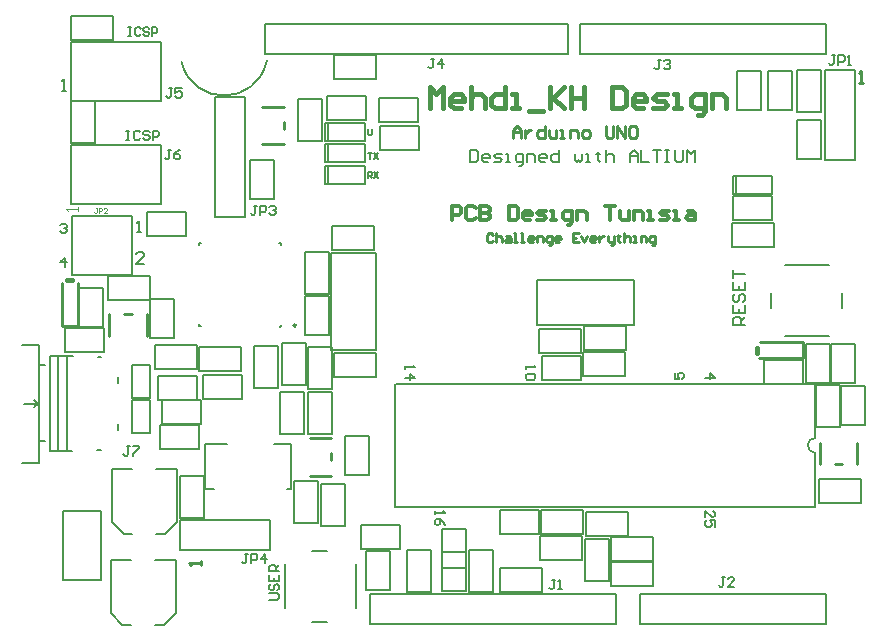
<source format=gto>
G04*
G04 #@! TF.GenerationSoftware,Altium Limited,Altium Designer,20.0.10 (225)*
G04*
G04 Layer_Color=3326705*
%FSLAX44Y44*%
%MOMM*%
G71*
G01*
G75*
%ADD10C,0.2000*%
%ADD11C,0.2540*%
%ADD12C,0.4000*%
%ADD13C,0.2200*%
%ADD14C,0.3500*%
%ADD15C,0.2300*%
%ADD16C,0.4500*%
%ADD17C,0.1500*%
%ADD18C,0.1000*%
D10*
X104466Y488501D02*
G03*
X176725Y489365I36034J8399D01*
G01*
X641100Y170080D02*
G03*
X641100Y157380I0J-6350D01*
G01*
X431800Y495300D02*
Y520700D01*
X175260Y495300D02*
X431800D01*
X175260D02*
Y520700D01*
X431800D01*
X668350Y405500D02*
X674700D01*
X649300D02*
X655650D01*
X674700D02*
Y481700D01*
X655650Y405500D02*
X668350D01*
X649300D02*
Y481700D01*
X674700D01*
X103500Y75300D02*
Y100700D01*
Y75300D02*
X179700D01*
Y81650D02*
Y94350D01*
X103500Y100700D02*
X179700D01*
Y75300D02*
Y81650D01*
Y94350D02*
Y100700D01*
X492760Y38100D02*
X650240D01*
Y12700D02*
Y38100D01*
X492760Y12700D02*
X650240D01*
X492760D02*
Y38100D01*
X264160Y12700D02*
Y38100D01*
Y12700D02*
X469900D01*
X264160Y38100D02*
X469900D01*
Y12700D02*
X472440D01*
Y38100D01*
X469900D02*
X472440D01*
X441960Y495300D02*
X444500D01*
X441960D02*
Y520700D01*
X444500D01*
Y495300D02*
X650240D01*
X444500Y520700D02*
X650240D01*
Y495300D02*
Y520700D01*
X162240Y372290D02*
Y405310D01*
Y372290D02*
X182560D01*
Y405310D01*
X162240D02*
X182560D01*
X271990Y437590D02*
Y457910D01*
X305010D01*
Y437590D02*
Y457910D01*
X271990Y437590D02*
X305010D01*
X272490Y434410D02*
X305510D01*
X272490Y414090D02*
Y434410D01*
Y414090D02*
X305510D01*
Y434410D01*
X77840Y287510D02*
X98160D01*
Y254490D02*
Y287510D01*
X77840Y254490D02*
X98160D01*
X77840D02*
Y287510D01*
X75240Y361160D02*
X108260D01*
X75240Y340840D02*
Y361160D01*
Y340840D02*
X108260D01*
Y361160D01*
X84290Y201740D02*
Y222060D01*
X117310D01*
Y201740D02*
Y222060D01*
X84290Y201740D02*
X117310D01*
X87690Y181840D02*
X120710D01*
Y202160D01*
X87690D02*
X120710D01*
X87690Y181840D02*
Y202160D01*
X86490Y160340D02*
Y180660D01*
X119510D01*
Y160340D02*
Y180660D01*
X86490Y160340D02*
X119510D01*
X229060Y257390D02*
Y290410D01*
X208740D02*
X229060D01*
X208740Y257390D02*
Y290410D01*
Y257390D02*
X229060D01*
X600840Y447990D02*
X621160D01*
X600840D02*
Y481010D01*
X621160D01*
Y447990D02*
Y481010D01*
X594910Y447990D02*
Y481010D01*
X574590D02*
X594910D01*
X574590Y447990D02*
Y481010D01*
Y447990D02*
X594910D01*
X625840Y406490D02*
X646160D01*
X625840D02*
Y439510D01*
X646160D01*
Y406490D02*
Y439510D01*
X373990Y109160D02*
X407010D01*
X373990Y88840D02*
Y109160D01*
Y88840D02*
X407010D01*
Y109160D01*
X597490Y215640D02*
Y235960D01*
X630510D01*
Y215640D02*
Y235960D01*
X597490Y215640D02*
X630510D01*
X227290Y459260D02*
X260310D01*
X227290Y438940D02*
Y459260D01*
Y438940D02*
X260310D01*
Y459260D01*
X442510Y218840D02*
Y239160D01*
X409490Y218840D02*
X442510D01*
X409490D02*
Y239160D01*
X442510D01*
X571240Y374410D02*
X604260D01*
X571240Y354090D02*
Y374410D01*
Y354090D02*
X604260D01*
Y374410D01*
X663140Y181190D02*
X683460D01*
X663140D02*
Y214210D01*
X683460D01*
Y181190D02*
Y214210D01*
X37949Y264008D02*
Y297028D01*
X17629D02*
X37949D01*
X17629Y264008D02*
Y297028D01*
Y264008D02*
X37949D01*
X654540Y249810D02*
X674860D01*
Y216790D02*
Y249810D01*
X654540Y216790D02*
X674860D01*
X654540D02*
Y249810D01*
X260840Y40990D02*
Y74010D01*
Y40990D02*
X281160D01*
Y74010D01*
X260840D02*
X281160D01*
X242840Y138490D02*
X263160D01*
X242840D02*
Y171510D01*
X263160D01*
Y138490D02*
Y171510D01*
X5490Y242840D02*
X38510D01*
Y263160D01*
X5490D02*
X38510D01*
X5490Y242840D02*
Y263160D01*
X632940Y249810D02*
X653260D01*
Y216790D02*
Y249810D01*
X632940Y216790D02*
X653260D01*
X632940D02*
Y249810D01*
X256090Y96360D02*
X289110D01*
X256090Y76040D02*
Y96360D01*
Y76040D02*
X289110D01*
Y96360D01*
X122690Y203040D02*
Y223360D01*
X155710D01*
Y203040D02*
Y223360D01*
X122690Y203040D02*
X155710D01*
X325140Y59590D02*
Y92610D01*
Y59590D02*
X345460D01*
Y92610D01*
X325140D02*
X345460D01*
X324940Y73610D02*
X345260D01*
Y40590D02*
Y73610D01*
X324940Y40590D02*
X345260D01*
X324940D02*
Y73610D01*
X663500Y280000D02*
Y293000D01*
X603500Y280000D02*
Y293000D01*
X633500Y316000D02*
X652500D01*
X615500D02*
X652500D01*
X615500Y256000D02*
X652500D01*
X252000Y26000D02*
Y63000D01*
X192000Y26000D02*
Y63000D01*
Y44000D02*
Y63000D01*
X215000Y14000D02*
X228000D01*
X215000Y74000D02*
X228000D01*
X62300Y308000D02*
Y339200D01*
X11600Y308000D02*
X62300D01*
Y326500D02*
Y357850D01*
X62150Y358000D02*
X62300Y357850D01*
X11600Y358000D02*
X62150D01*
X11600Y308000D02*
Y358000D01*
X-29250Y199000D02*
X-25250D01*
X-20250Y196000D02*
X-17250Y199000D01*
X-16750D01*
X-20250Y202000D02*
X-17250Y199000D01*
X-16250D01*
X-25250D02*
X-16250D01*
X-30250Y249000D02*
X-16250D01*
X-250Y162000D02*
Y237000D01*
X-6150Y158700D02*
X12050D01*
X-6550Y159100D02*
X-6150Y158700D01*
X-6550Y159100D02*
Y239100D01*
X-6350Y239300D01*
X12250D01*
X51050Y176900D02*
Y181800D01*
Y216600D02*
Y221400D01*
X33350Y159700D02*
X35950D01*
X33650Y238300D02*
X36150D01*
X-250Y237000D02*
Y239000D01*
Y159000D02*
Y162000D01*
X7750Y159000D02*
Y239000D01*
X-16250Y149000D02*
Y249000D01*
X-30250Y149000D02*
X-16250D01*
Y232000D02*
X-11250D01*
X-16250Y167000D02*
X-11250D01*
X11000Y387100D02*
Y418300D01*
X87000D01*
X11000Y368450D02*
Y399800D01*
Y368450D02*
X11150Y368300D01*
X87000D01*
Y418300D01*
X133300Y458700D02*
X158700D01*
X133300Y357354D02*
Y458700D01*
Y357100D02*
X158700D01*
Y458700D01*
X11000Y474100D02*
Y505300D01*
X87000D01*
X11000Y455450D02*
Y486800D01*
Y455450D02*
X11150Y455300D01*
X87000D01*
Y505300D01*
X124000Y127000D02*
Y165000D01*
X197000Y127000D02*
Y165000D01*
X124000D02*
X143000D01*
X183000D02*
X197000D01*
X194000Y127000D02*
X197000D01*
X124000D02*
X132000D01*
X487600Y276950D02*
Y303950D01*
X405600D02*
X487600D01*
X405600Y265950D02*
Y303950D01*
Y265950D02*
X487600D01*
Y276950D01*
X242500Y244600D02*
X269500D01*
Y326600D01*
X231500D02*
X269500D01*
X231500Y244600D02*
Y326600D01*
Y244600D02*
X242500D01*
X211240Y246880D02*
X231560D01*
Y211320D02*
Y246880D01*
X211240Y211320D02*
Y246880D01*
Y211320D02*
X231560D01*
X102840Y137780D02*
X123160D01*
Y102220D02*
Y137780D01*
X102840Y102220D02*
Y137780D01*
Y102220D02*
X123160D01*
X199840Y133280D02*
X220160D01*
Y97720D02*
Y133280D01*
X199840Y97720D02*
Y133280D01*
Y97720D02*
X220160D01*
X468020Y65840D02*
Y86160D01*
X503580D01*
X468020Y65840D02*
X503580D01*
Y86160D01*
X268780Y473840D02*
Y494160D01*
X233220Y473840D02*
X268780D01*
X233220Y494160D02*
X268780D01*
X233220Y473840D02*
Y494160D01*
X408220Y66840D02*
Y87160D01*
X443780D01*
X408220Y66840D02*
X443780D01*
Y87160D01*
X606280Y331840D02*
Y352160D01*
X570720Y331840D02*
X606280D01*
X570720Y352160D02*
X606280D01*
X570720Y331840D02*
Y352160D01*
X285500Y214930D02*
X286050Y215480D01*
X285500Y111730D02*
Y214930D01*
X641100Y170080D02*
Y215480D01*
Y111730D02*
Y156380D01*
X285500Y111730D02*
X641100D01*
X418850Y215480D02*
X507750D01*
X307725D02*
X352175D01*
X574425D02*
X618875D01*
X352175D02*
X374400D01*
X418850D01*
X507750D02*
X552200D01*
X574425D01*
X618875D02*
X641100D01*
X286050D02*
X307725D01*
X45500Y99000D02*
X55500Y89000D01*
X45500Y99000D02*
Y144000D01*
X90500Y89000D02*
X100500Y99000D01*
Y144000D01*
X83000Y89000D02*
X90500D01*
X55500D02*
X63000D01*
X45500Y144000D02*
X63000D01*
X83000D02*
X100500D01*
X82000Y67000D02*
X99500D01*
X44500D02*
X62000D01*
X54500Y12000D02*
X62000D01*
X82000D02*
X89500D01*
X99500Y22000D02*
Y67000D01*
X89500Y12000D02*
X99500Y22000D01*
X44500D02*
Y67000D01*
Y22000D02*
X54500Y12000D01*
X573760Y388060D02*
Y391870D01*
Y376630D02*
Y380440D01*
Y388060D01*
Y376630D02*
X604494D01*
Y380440D02*
Y388060D01*
X573760Y391870D02*
X604494D01*
Y376630D02*
Y380440D01*
Y388060D02*
Y391870D01*
X571220Y380186D02*
Y387806D01*
Y376630D02*
Y380186D01*
Y387806D02*
Y391870D01*
X573760D01*
X571220Y376630D02*
X573760D01*
X228760Y432810D02*
Y436620D01*
Y421380D02*
Y425190D01*
Y432810D01*
Y421380D02*
X259494D01*
Y425190D02*
Y432810D01*
X228760Y436620D02*
X259494D01*
Y421380D02*
Y425190D01*
Y432810D02*
Y436620D01*
X226220Y424936D02*
Y432556D01*
Y421380D02*
Y424936D01*
Y432556D02*
Y436620D01*
X228760D01*
X226220Y421380D02*
X228760D01*
Y414810D02*
Y418620D01*
Y403380D02*
Y407190D01*
Y414810D01*
Y403380D02*
X259494D01*
Y407190D02*
Y414810D01*
X228760Y418620D02*
X259494D01*
Y403380D02*
Y407190D01*
Y414810D02*
Y418620D01*
X226220Y406936D02*
Y414556D01*
Y403380D02*
Y406936D01*
Y414556D02*
Y418620D01*
X228760D01*
X226220Y403380D02*
X228760D01*
Y396810D02*
Y400620D01*
Y385380D02*
Y389190D01*
Y396810D01*
Y385380D02*
X259494D01*
Y389190D02*
Y396810D01*
X228760Y400620D02*
X259494D01*
Y385380D02*
Y389190D01*
Y396810D02*
Y400620D01*
X226220Y388936D02*
Y396556D01*
Y385380D02*
Y388936D01*
Y396556D02*
Y400620D01*
X228760D01*
X226220Y385380D02*
X228760D01*
X4000Y108000D02*
X36000D01*
Y50000D02*
Y108000D01*
X4000Y50000D02*
X36000D01*
X4000D02*
Y108000D01*
X189000Y333500D02*
Y335000D01*
Y333500D02*
Y335000D01*
X187000D02*
X189000D01*
X119000Y333500D02*
Y335000D01*
Y333500D02*
Y335000D01*
X121000D01*
X119000Y265000D02*
Y266500D01*
Y265000D02*
Y266500D01*
Y265000D02*
X121000D01*
X188000Y264000D02*
X190000Y266000D01*
X62680Y204030D02*
Y231970D01*
Y204030D02*
X77920D01*
Y231970D01*
X62680D02*
X77920D01*
X78120Y173830D02*
Y201770D01*
X62880D02*
X78120D01*
X62880Y173830D02*
Y201770D01*
Y173830D02*
X78120D01*
X189540Y250380D02*
X209860D01*
Y214820D02*
Y250380D01*
X189540Y214820D02*
Y250380D01*
Y214820D02*
X209860D01*
X208840Y327780D02*
X229160D01*
Y292220D02*
Y327780D01*
X208840Y292220D02*
Y327780D01*
Y292220D02*
X229160D01*
X166240Y248180D02*
X186560D01*
Y212620D02*
Y248180D01*
X166240Y212620D02*
Y248180D01*
Y212620D02*
X186560D01*
X119020Y226540D02*
Y246860D01*
X154580D01*
X119020Y226540D02*
X154580D01*
Y246860D01*
X10840Y419720D02*
X31160D01*
X10840D02*
Y455280D01*
X31160Y419720D02*
Y455280D01*
X10840D02*
X31160D01*
X232220Y328840D02*
Y349160D01*
X267780D01*
X232220Y328840D02*
X267780D01*
Y349160D01*
X233420Y221640D02*
Y241960D01*
X268980D01*
X233420Y221640D02*
X268980D01*
Y241960D01*
X625840Y481780D02*
X646160D01*
Y446220D02*
Y481780D01*
X625840Y446220D02*
Y481780D01*
Y446220D02*
X646160D01*
X374220Y39840D02*
Y60160D01*
X409780D01*
X374220Y39840D02*
X409780D01*
Y60160D01*
X295640Y39920D02*
X315960D01*
X295640D02*
Y75480D01*
X315960Y39920D02*
Y75480D01*
X295640D02*
X315960D01*
X347840Y39720D02*
X368160D01*
X347840D02*
Y75280D01*
X368160Y39720D02*
Y75280D01*
X347840D02*
X368160D01*
X11220Y506840D02*
Y527160D01*
X46780D01*
X11220Y506840D02*
X46780D01*
Y527160D01*
X480080Y222540D02*
Y242860D01*
X444520Y222540D02*
X480080D01*
X444520Y242860D02*
X480080D01*
X444520Y222540D02*
Y242860D01*
X444780Y88840D02*
Y109160D01*
X409220Y88840D02*
X444780D01*
X409220Y109160D02*
X444780D01*
X409220Y88840D02*
Y109160D01*
X447020Y87140D02*
Y107460D01*
X482580D01*
X447020Y87140D02*
X482580D01*
Y107460D01*
X442780Y241840D02*
Y262160D01*
X407220Y241840D02*
X442780D01*
X407220Y262160D02*
X442780D01*
X407220Y241840D02*
Y262160D01*
X202840Y456780D02*
X223160D01*
Y421220D02*
Y456780D01*
X202840Y421220D02*
Y456780D01*
Y421220D02*
X223160D01*
X445120Y244040D02*
Y264360D01*
X480680D01*
X445120Y244040D02*
X480680D01*
Y264360D01*
X644206Y115254D02*
Y135574D01*
X679766D01*
X644206Y115254D02*
X679766D01*
Y135574D01*
X211740Y173420D02*
X232060D01*
X211740D02*
Y208980D01*
X232060Y173420D02*
Y208980D01*
X211740D02*
X232060D01*
X42120Y286840D02*
Y307160D01*
X77680D01*
X42120Y286840D02*
X77680D01*
Y307160D01*
X81720Y228240D02*
Y248560D01*
X117280D01*
X81720Y228240D02*
X117280D01*
Y248560D01*
X642040Y214480D02*
X662360D01*
Y178920D02*
Y214480D01*
X642040Y178920D02*
Y214480D01*
Y178920D02*
X662360D01*
X223040Y95720D02*
X243360D01*
X223040D02*
Y131280D01*
X243360Y95720D02*
Y131280D01*
X223040D02*
X243360D01*
X187940Y208780D02*
X208260D01*
Y173220D02*
Y208780D01*
X187940Y173220D02*
Y208780D01*
Y173220D02*
X208260D01*
X503780Y44340D02*
Y64660D01*
X468220Y44340D02*
X503780D01*
X468220Y64660D02*
X503780D01*
X468220Y44340D02*
Y64660D01*
X446440Y84280D02*
X466760D01*
Y48720D02*
Y84280D01*
X446440Y48720D02*
Y84280D01*
Y48720D02*
X466760D01*
X349000Y413464D02*
Y403467D01*
X353998D01*
X355664Y405133D01*
Y411797D01*
X353998Y413464D01*
X349000D01*
X363995Y403467D02*
X360663D01*
X358997Y405133D01*
Y408465D01*
X360663Y410131D01*
X363995D01*
X365661Y408465D01*
Y406799D01*
X358997D01*
X368993Y403467D02*
X373992D01*
X375658Y405133D01*
X373992Y406799D01*
X370660D01*
X368993Y408465D01*
X370660Y410131D01*
X375658D01*
X378990Y403467D02*
X382323D01*
X380657D01*
Y410131D01*
X378990D01*
X390653Y400135D02*
X392319D01*
X393985Y401801D01*
Y410131D01*
X388987D01*
X387321Y408465D01*
Y405133D01*
X388987Y403467D01*
X393985D01*
X397318D02*
Y410131D01*
X402316D01*
X403982Y408465D01*
Y403467D01*
X412313D02*
X408981D01*
X407314Y405133D01*
Y408465D01*
X408981Y410131D01*
X412313D01*
X413979Y408465D01*
Y406799D01*
X407314D01*
X423976Y413464D02*
Y403467D01*
X418977D01*
X417311Y405133D01*
Y408465D01*
X418977Y410131D01*
X423976D01*
X437305D02*
Y405133D01*
X438971Y403467D01*
X440637Y405133D01*
X442303Y403467D01*
X443969Y405133D01*
Y410131D01*
X447302Y403467D02*
X450634D01*
X448968D01*
Y410131D01*
X447302D01*
X457298Y411797D02*
Y410131D01*
X455632D01*
X458965D01*
X457298D01*
Y405133D01*
X458965Y403467D01*
X463963Y413464D02*
Y403467D01*
Y408465D01*
X465629Y410131D01*
X468961D01*
X470627Y408465D01*
Y403467D01*
X483956D02*
Y410131D01*
X487289Y413464D01*
X490621Y410131D01*
Y403467D01*
Y408465D01*
X483956D01*
X493953Y413464D02*
Y403467D01*
X500618D01*
X503950Y413464D02*
X510615D01*
X507282D01*
Y403467D01*
X513947Y413464D02*
X517279D01*
X515613D01*
Y403467D01*
X513947D01*
X517279D01*
X522277Y413464D02*
Y405133D01*
X523944Y403467D01*
X527276D01*
X528942Y405133D01*
Y413464D01*
X532274Y403467D02*
Y413464D01*
X535606Y410131D01*
X538939Y413464D01*
Y403467D01*
X548159Y102768D02*
Y108099D01*
X553490Y102768D01*
X554823D01*
X556156Y104101D01*
Y106767D01*
X554823Y108099D01*
X556156Y94770D02*
Y100102D01*
X552158D01*
X553490Y97436D01*
Y96103D01*
X552158Y94770D01*
X549492D01*
X548159Y96103D01*
Y98769D01*
X549492Y100102D01*
X319218Y108086D02*
Y105420D01*
Y106753D01*
X327215D01*
X325882Y108086D01*
X327215Y96089D02*
X325882Y98755D01*
X323217Y101421D01*
X320551D01*
X319218Y100088D01*
Y97422D01*
X320551Y96089D01*
X321884D01*
X323217Y97422D01*
Y101421D01*
X294000Y231000D02*
Y228334D01*
Y229667D01*
X301997D01*
X300665Y231000D01*
X294000Y220337D02*
X301997D01*
X297999Y224335D01*
Y219004D01*
X396000Y231000D02*
Y228334D01*
Y229667D01*
X403997D01*
X402664Y231000D01*
Y224335D02*
X403997Y223003D01*
Y220337D01*
X402664Y219004D01*
X397333D01*
X396000Y220337D01*
Y223003D01*
X397333Y224335D01*
X402664D01*
X548000Y221001D02*
X555997D01*
X551999Y225000D01*
Y219668D01*
X522003Y225332D02*
Y220000D01*
X526001D01*
X524668Y222666D01*
Y223999D01*
X526001Y225332D01*
X528667D01*
X530000Y223999D01*
Y221333D01*
X528667Y220000D01*
X2000Y350137D02*
X3333Y351470D01*
X5999D01*
X7332Y350137D01*
Y348804D01*
X5999Y347471D01*
X4666D01*
X5999D01*
X7332Y346138D01*
Y344806D01*
X5999Y343473D01*
X3333D01*
X2000Y344806D01*
X5999Y314644D02*
Y322642D01*
X2000Y318643D01*
X7332D01*
X72994Y317046D02*
X66329D01*
X72994Y323711D01*
Y325377D01*
X71327Y327043D01*
X67995D01*
X66329Y325377D01*
X57479Y430285D02*
X60145D01*
X58812D01*
Y422287D01*
X57479D01*
X60145D01*
X69475Y428952D02*
X68142Y430285D01*
X65477D01*
X64144Y428952D01*
Y423620D01*
X65477Y422287D01*
X68142D01*
X69475Y423620D01*
X77473Y428952D02*
X76140Y430285D01*
X73474D01*
X72141Y428952D01*
Y427619D01*
X73474Y426286D01*
X76140D01*
X77473Y424953D01*
Y423620D01*
X76140Y422287D01*
X73474D01*
X72141Y423620D01*
X80139Y422287D02*
Y430285D01*
X84137D01*
X85470Y428952D01*
Y426286D01*
X84137Y424953D01*
X80139D01*
X179003Y33000D02*
X185667D01*
X187000Y34333D01*
Y36999D01*
X185667Y38332D01*
X179003D01*
X180336Y46329D02*
X179003Y44996D01*
Y42330D01*
X180336Y40997D01*
X181668D01*
X183001Y42330D01*
Y44996D01*
X184334Y46329D01*
X185667D01*
X187000Y44996D01*
Y42330D01*
X185667Y40997D01*
X179003Y54326D02*
Y48995D01*
X187000D01*
Y54326D01*
X183001Y48995D02*
Y51661D01*
X187000Y56992D02*
X179003D01*
Y60991D01*
X180336Y62324D01*
X183001D01*
X184334Y60991D01*
Y56992D01*
Y59658D02*
X187000Y62324D01*
X67000Y344000D02*
X70332D01*
X68666D01*
Y353997D01*
X67000Y352331D01*
X3500Y464000D02*
X6832D01*
X5166D01*
Y473997D01*
X3500Y472331D01*
X160784Y71817D02*
X158119D01*
X159452D01*
Y65152D01*
X158119Y63819D01*
X156786D01*
X155453Y65152D01*
X163450Y63819D02*
Y71817D01*
X167449D01*
X168782Y70484D01*
Y67818D01*
X167449Y66485D01*
X163450D01*
X175446Y63819D02*
Y71817D01*
X171448Y67818D01*
X176779D01*
X168362Y366693D02*
X165697D01*
X167029D01*
Y360028D01*
X165697Y358695D01*
X164364D01*
X163031Y360028D01*
X171028Y358695D02*
Y366693D01*
X175027D01*
X176360Y365360D01*
Y362694D01*
X175027Y361361D01*
X171028D01*
X179025Y365360D02*
X180358Y366693D01*
X183024D01*
X184357Y365360D01*
Y364027D01*
X183024Y362694D01*
X181691D01*
X183024D01*
X184357Y361361D01*
Y360028D01*
X183024Y358695D01*
X180358D01*
X179025Y360028D01*
X658001Y493999D02*
X655335D01*
X656668D01*
Y487334D01*
X655335Y486001D01*
X654003D01*
X652670Y487334D01*
X660667Y486001D02*
Y493999D01*
X664666D01*
X665999Y492666D01*
Y490000D01*
X664666Y488667D01*
X660667D01*
X668664Y486001D02*
X671330D01*
X669997D01*
Y493999D01*
X668664Y492666D01*
X60667Y162999D02*
X58001D01*
X59334D01*
Y156334D01*
X58001Y155001D01*
X56668D01*
X55335Y156334D01*
X63333Y162999D02*
X68664D01*
Y161666D01*
X63333Y156334D01*
Y155001D01*
X95667Y413999D02*
X93001D01*
X94334D01*
Y407334D01*
X93001Y406001D01*
X91668D01*
X90336Y407334D01*
X103665Y413999D02*
X100999Y412666D01*
X98333Y410000D01*
Y407334D01*
X99666Y406001D01*
X102332D01*
X103665Y407334D01*
Y408667D01*
X102332Y410000D01*
X98333D01*
X96667Y465999D02*
X94001D01*
X95334D01*
Y459334D01*
X94001Y458001D01*
X92668D01*
X91335Y459334D01*
X104664Y465999D02*
X99333D01*
Y462000D01*
X101999Y463333D01*
X103332D01*
X104664Y462000D01*
Y459334D01*
X103332Y458001D01*
X100666D01*
X99333Y459334D01*
X318667Y490999D02*
X316001D01*
X317334D01*
Y484334D01*
X316001Y483001D01*
X314668D01*
X313335Y484334D01*
X325332Y483001D02*
Y490999D01*
X321333Y487000D01*
X326665D01*
X510246Y490178D02*
X507580D01*
X508913D01*
Y483513D01*
X507580Y482180D01*
X506248D01*
X504915Y483513D01*
X512912Y488845D02*
X514245Y490178D01*
X516911D01*
X518244Y488845D01*
Y487512D01*
X516911Y486179D01*
X515578D01*
X516911D01*
X518244Y484846D01*
Y483513D01*
X516911Y482180D01*
X514245D01*
X512912Y483513D01*
X564667Y51999D02*
X562001D01*
X563334D01*
Y45334D01*
X562001Y44001D01*
X560668D01*
X559336Y45334D01*
X572664Y44001D02*
X567333D01*
X572664Y49333D01*
Y50666D01*
X571332Y51999D01*
X568666D01*
X567333Y50666D01*
X421000Y49999D02*
X418334D01*
X419667D01*
Y43334D01*
X418334Y42001D01*
X417001D01*
X415668Y43334D01*
X423666Y42001D02*
X426332D01*
X424999D01*
Y49999D01*
X423666Y48666D01*
D11*
X201500Y265500D02*
G03*
X201500Y265500I-1000J0D01*
G01*
X3000Y264543D02*
X10000Y264500D01*
X17000D01*
Y265000D02*
Y301500D01*
X3000Y265000D02*
Y301543D01*
X593859Y237300D02*
X630402D01*
X593902Y251300D02*
X630402D01*
X630902Y244300D02*
Y251300D01*
X630859Y237300D02*
X630902Y244300D01*
X191000Y431500D02*
Y437500D01*
X173000Y418500D02*
X191000D01*
X173000Y450500D02*
X191000D01*
X56188Y274562D02*
X62188D01*
X75188Y256562D02*
Y274562D01*
X43188Y256562D02*
Y274562D01*
X657800Y147800D02*
X663800D01*
X644800D02*
Y165800D01*
X676800Y147800D02*
Y165800D01*
X231000Y151000D02*
Y157000D01*
X213000Y138000D02*
X231000D01*
X213000Y170000D02*
X231000D01*
X678434Y470916D02*
X681766D01*
X680100D01*
Y480913D01*
X678434Y479247D01*
X121280Y62600D02*
Y65932D01*
Y64266D01*
X111283D01*
X112949Y62600D01*
D12*
X8000Y304000D02*
X12000D01*
X591402Y242300D02*
Y246300D01*
D13*
X368198Y341947D02*
X366949Y343197D01*
X364450D01*
X363200Y341947D01*
Y336949D01*
X364450Y335699D01*
X366949D01*
X368198Y336949D01*
X370698Y343197D02*
Y335699D01*
Y339448D01*
X371947Y340698D01*
X374446D01*
X375696Y339448D01*
Y335699D01*
X379445Y340698D02*
X381944D01*
X383194Y339448D01*
Y335699D01*
X379445D01*
X378195Y336949D01*
X379445Y338198D01*
X383194D01*
X385693Y335699D02*
X388192D01*
X386942D01*
Y343197D01*
X385693D01*
X391941Y335699D02*
X394440D01*
X393190D01*
Y343197D01*
X391941D01*
X401938Y335699D02*
X399438D01*
X398189Y336949D01*
Y339448D01*
X399438Y340698D01*
X401938D01*
X403187Y339448D01*
Y338198D01*
X398189D01*
X405686Y335699D02*
Y340698D01*
X409435D01*
X410685Y339448D01*
Y335699D01*
X415683Y333200D02*
X416933D01*
X418182Y334450D01*
Y340698D01*
X414434D01*
X413184Y339448D01*
Y336949D01*
X414434Y335699D01*
X418182D01*
X424430D02*
X421931D01*
X420682Y336949D01*
Y339448D01*
X421931Y340698D01*
X424430D01*
X425680Y339448D01*
Y338198D01*
X420682D01*
X440675Y343197D02*
X435677D01*
Y335699D01*
X440675D01*
X435677Y339448D02*
X438176D01*
X443174Y340698D02*
X445674Y335699D01*
X448173Y340698D01*
X454421Y335699D02*
X451922D01*
X450672Y336949D01*
Y339448D01*
X451922Y340698D01*
X454421D01*
X455670Y339448D01*
Y338198D01*
X450672D01*
X458170Y340698D02*
Y335699D01*
Y338198D01*
X459419Y339448D01*
X460669Y340698D01*
X461918D01*
X465667D02*
Y336949D01*
X466917Y335699D01*
X470666D01*
Y334450D01*
X469416Y333200D01*
X468166D01*
X470666Y335699D02*
Y340698D01*
X474414Y341947D02*
Y340698D01*
X473165D01*
X475664D01*
X474414D01*
Y336949D01*
X475664Y335699D01*
X479413Y343197D02*
Y335699D01*
Y339448D01*
X480662Y340698D01*
X483162D01*
X484411Y339448D01*
Y335699D01*
X486910D02*
X489409D01*
X488160D01*
Y340698D01*
X486910D01*
X493158Y335699D02*
Y340698D01*
X496907D01*
X498157Y339448D01*
Y335699D01*
X503155Y333200D02*
X504405D01*
X505654Y334450D01*
Y340698D01*
X501906D01*
X500656Y339448D01*
Y336949D01*
X501906Y335699D01*
X505654D01*
D14*
X333500Y354499D02*
Y366495D01*
X339498D01*
X341497Y364495D01*
Y360497D01*
X339498Y358497D01*
X333500D01*
X353493Y364495D02*
X351494Y366495D01*
X347495D01*
X345496Y364495D01*
Y356498D01*
X347495Y354499D01*
X351494D01*
X353493Y356498D01*
X357492Y366495D02*
Y354499D01*
X363490D01*
X365490Y356498D01*
Y358497D01*
X363490Y360497D01*
X357492D01*
X363490D01*
X365490Y362496D01*
Y364495D01*
X363490Y366495D01*
X357492D01*
X381484D02*
Y354499D01*
X387482D01*
X389482Y356498D01*
Y364495D01*
X387482Y366495D01*
X381484D01*
X399479Y354499D02*
X395480D01*
X393480Y356498D01*
Y360497D01*
X395480Y362496D01*
X399479D01*
X401478Y360497D01*
Y358497D01*
X393480D01*
X405477Y354499D02*
X411475D01*
X413474Y356498D01*
X411475Y358497D01*
X407476D01*
X405477Y360497D01*
X407476Y362496D01*
X413474D01*
X417473Y354499D02*
X421471D01*
X419472D01*
Y362496D01*
X417473D01*
X431468Y350500D02*
X433468D01*
X435467Y352499D01*
Y362496D01*
X429469D01*
X427470Y360497D01*
Y356498D01*
X429469Y354499D01*
X435467D01*
X439466D02*
Y362496D01*
X445464D01*
X447463Y360497D01*
Y354499D01*
X463458Y366495D02*
X471455D01*
X467457D01*
Y354499D01*
X475454Y362496D02*
Y356498D01*
X477453Y354499D01*
X483451D01*
Y362496D01*
X487450Y354499D02*
Y362496D01*
X493448D01*
X495448Y360497D01*
Y354499D01*
X499446D02*
X503445D01*
X501446D01*
Y362496D01*
X499446D01*
X509443Y354499D02*
X515441D01*
X517440Y356498D01*
X515441Y358497D01*
X511442D01*
X509443Y360497D01*
X511442Y362496D01*
X517440D01*
X521439Y354499D02*
X525438D01*
X523438D01*
Y362496D01*
X521439D01*
X533435D02*
X537434D01*
X539433Y360497D01*
Y354499D01*
X533435D01*
X531436Y356498D01*
X533435Y358497D01*
X539433D01*
D15*
X385300Y424300D02*
Y430965D01*
X388632Y434297D01*
X391964Y430965D01*
Y424300D01*
Y429298D01*
X385300D01*
X395297Y430965D02*
Y424300D01*
Y427632D01*
X396963Y429298D01*
X398629Y430965D01*
X400295D01*
X411958Y434297D02*
Y424300D01*
X406960D01*
X405294Y425966D01*
Y429298D01*
X406960Y430965D01*
X411958D01*
X415290D02*
Y425966D01*
X416956Y424300D01*
X421955D01*
Y430965D01*
X425287Y424300D02*
X428619D01*
X426953D01*
Y430965D01*
X425287D01*
X433618Y424300D02*
Y430965D01*
X438616D01*
X440282Y429298D01*
Y424300D01*
X445281D02*
X448613D01*
X450279Y425966D01*
Y429298D01*
X448613Y430965D01*
X445281D01*
X443615Y429298D01*
Y425966D01*
X445281Y424300D01*
X463608Y434297D02*
Y425966D01*
X465274Y424300D01*
X468606D01*
X470273Y425966D01*
Y434297D01*
X473605Y424300D02*
Y434297D01*
X480269Y424300D01*
Y434297D01*
X488600D02*
X485268D01*
X483602Y432631D01*
Y425966D01*
X485268Y424300D01*
X488600D01*
X490266Y425966D01*
Y432631D01*
X488600Y434297D01*
D16*
X314500Y449331D02*
Y466826D01*
X320331Y460994D01*
X326163Y466826D01*
Y449331D01*
X340742D02*
X334910D01*
X331994Y452247D01*
Y458079D01*
X334910Y460994D01*
X340742D01*
X343657Y458079D01*
Y455163D01*
X331994D01*
X349489Y466826D02*
Y449331D01*
Y458079D01*
X352404Y460994D01*
X358236D01*
X361152Y458079D01*
Y449331D01*
X378646Y466826D02*
Y449331D01*
X369899D01*
X366983Y452247D01*
Y458079D01*
X369899Y460994D01*
X378646D01*
X384477Y449331D02*
X390309D01*
X387393D01*
Y460994D01*
X384477D01*
X399056Y446416D02*
X410719D01*
X416550Y466826D02*
Y449331D01*
Y455163D01*
X428213Y466826D01*
X419466Y458079D01*
X428213Y449331D01*
X434044Y466826D02*
Y449331D01*
Y458079D01*
X445707D01*
Y466826D01*
Y449331D01*
X469033Y466826D02*
Y449331D01*
X477780D01*
X480696Y452247D01*
Y463910D01*
X477780Y466826D01*
X469033D01*
X495275Y449331D02*
X489443D01*
X486527Y452247D01*
Y458079D01*
X489443Y460994D01*
X495275D01*
X498190Y458079D01*
Y455163D01*
X486527D01*
X504022Y449331D02*
X512769D01*
X515685Y452247D01*
X512769Y455163D01*
X506937D01*
X504022Y458079D01*
X506937Y460994D01*
X515685D01*
X521516Y449331D02*
X527348D01*
X524432D01*
Y460994D01*
X521516D01*
X541926Y443500D02*
X544842D01*
X547758Y446416D01*
Y460994D01*
X539011D01*
X536095Y458079D01*
Y452247D01*
X539011Y449331D01*
X547758D01*
X553589D02*
Y460994D01*
X562336D01*
X565252Y458079D01*
Y449331D01*
D17*
X262753Y431884D02*
Y427718D01*
X263586Y426885D01*
X265252D01*
X266085Y427718D01*
Y431884D01*
X262774Y410866D02*
X266106D01*
X264440D01*
Y405867D01*
X267772Y410866D02*
X271104Y405867D01*
Y410866D02*
X267772Y405867D01*
X262778Y390240D02*
Y395239D01*
X265277D01*
X266110Y394406D01*
Y392739D01*
X265277Y391906D01*
X262778D01*
X264444D02*
X266110Y390240D01*
X267776Y395239D02*
X271108Y390240D01*
Y395239D02*
X267776Y390240D01*
X59500Y517498D02*
X61833D01*
X60666D01*
Y510500D01*
X59500D01*
X61833D01*
X69997Y516331D02*
X68830Y517498D01*
X66498D01*
X65331Y516331D01*
Y511666D01*
X66498Y510500D01*
X68830D01*
X69997Y511666D01*
X76994Y516331D02*
X75828Y517498D01*
X73495D01*
X72329Y516331D01*
Y515165D01*
X73495Y513999D01*
X75828D01*
X76994Y512833D01*
Y511666D01*
X75828Y510500D01*
X73495D01*
X72329Y511666D01*
X79327Y510500D02*
Y517498D01*
X82826D01*
X83992Y516331D01*
Y513999D01*
X82826Y512833D01*
X79327D01*
X581500Y265500D02*
X571503D01*
Y270498D01*
X573169Y272164D01*
X576502D01*
X578168Y270498D01*
Y265500D01*
Y268832D02*
X581500Y272164D01*
X571503Y282161D02*
Y275497D01*
X581500D01*
Y282161D01*
X576502Y275497D02*
Y278829D01*
X573169Y292158D02*
X571503Y290492D01*
Y287160D01*
X573169Y285494D01*
X574836D01*
X576502Y287160D01*
Y290492D01*
X578168Y292158D01*
X579834D01*
X581500Y290492D01*
Y287160D01*
X579834Y285494D01*
X571503Y302155D02*
Y295490D01*
X581500D01*
Y302155D01*
X576502Y295490D02*
Y298823D01*
X571503Y305487D02*
Y312152D01*
Y308819D01*
X581500D01*
D18*
X17000Y362000D02*
Y365332D01*
Y363666D01*
X7003D01*
X8669Y362000D01*
X33287Y364589D02*
X31954D01*
X32620D01*
Y361256D01*
X31954Y360590D01*
X31287D01*
X30621Y361256D01*
X34620Y360590D02*
Y364589D01*
X36619D01*
X37285Y363922D01*
Y362589D01*
X36619Y361923D01*
X34620D01*
X41284Y360590D02*
X38618D01*
X41284Y363256D01*
Y363922D01*
X40618Y364589D01*
X39285D01*
X38618Y363922D01*
M02*

</source>
